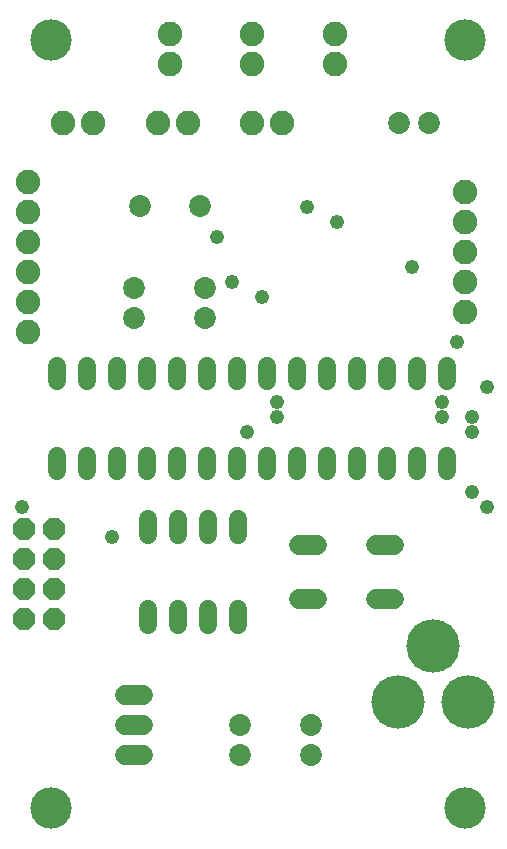
<source format=gbs>
G75*
%MOIN*%
%OFA0B0*%
%FSLAX24Y24*%
%IPPOS*%
%LPD*%
%AMOC8*
5,1,8,0,0,1.08239X$1,22.5*
%
%ADD10OC8,0.0740*%
%ADD11C,0.0820*%
%ADD12C,0.0600*%
%ADD13C,0.1380*%
%ADD14C,0.0680*%
%ADD15C,0.0730*%
%ADD16C,0.1780*%
%ADD17C,0.0480*%
D10*
X001517Y008467D03*
X001517Y009467D03*
X001517Y010467D03*
X001517Y011467D03*
X002517Y011467D03*
X002517Y010467D03*
X002517Y009467D03*
X002517Y008467D03*
D11*
X001643Y018015D03*
X001643Y019015D03*
X001643Y020015D03*
X001643Y021015D03*
X001643Y022015D03*
X001643Y023015D03*
X002824Y024983D03*
X003824Y024983D03*
X005973Y024983D03*
X006973Y024983D03*
X006367Y026952D03*
X006367Y027952D03*
X009123Y027952D03*
X009123Y026952D03*
X009123Y024983D03*
X010123Y024983D03*
X011879Y026952D03*
X011879Y027952D03*
X016210Y022684D03*
X016210Y021684D03*
X016210Y020684D03*
X016210Y019684D03*
X016210Y018684D03*
D12*
X015623Y016901D02*
X015623Y016381D01*
X014623Y016381D02*
X014623Y016901D01*
X013623Y016901D02*
X013623Y016381D01*
X012623Y016381D02*
X012623Y016901D01*
X011623Y016901D02*
X011623Y016381D01*
X010623Y016381D02*
X010623Y016901D01*
X009623Y016901D02*
X009623Y016381D01*
X008623Y016381D02*
X008623Y016901D01*
X007623Y016901D02*
X007623Y016381D01*
X006623Y016381D02*
X006623Y016901D01*
X005623Y016901D02*
X005623Y016381D01*
X004623Y016381D02*
X004623Y016901D01*
X003623Y016901D02*
X003623Y016381D01*
X002623Y016381D02*
X002623Y016901D01*
X002623Y013901D02*
X002623Y013381D01*
X003623Y013381D02*
X003623Y013901D01*
X004623Y013901D02*
X004623Y013381D01*
X005623Y013381D02*
X005623Y013901D01*
X006623Y013901D02*
X006623Y013381D01*
X007623Y013381D02*
X007623Y013901D01*
X008623Y013901D02*
X008623Y013381D01*
X009623Y013381D02*
X009623Y013901D01*
X010623Y013901D02*
X010623Y013381D01*
X011623Y013381D02*
X011623Y013901D01*
X012623Y013901D02*
X012623Y013381D01*
X013623Y013381D02*
X013623Y013901D01*
X014623Y013901D02*
X014623Y013381D01*
X015623Y013381D02*
X015623Y013901D01*
X008654Y011783D02*
X008654Y011263D01*
X007654Y011263D02*
X007654Y011783D01*
X006654Y011783D02*
X006654Y011263D01*
X005654Y011263D02*
X005654Y011783D01*
X005654Y008783D02*
X005654Y008263D01*
X006654Y008263D02*
X006654Y008783D01*
X007654Y008783D02*
X007654Y008263D01*
X008654Y008263D02*
X008654Y008783D01*
D13*
X002430Y002149D03*
X016210Y002149D03*
X016210Y027739D03*
X002430Y027739D03*
D14*
X010693Y010913D02*
X011293Y010913D01*
X011293Y009133D02*
X010693Y009133D01*
X013253Y009133D02*
X013853Y009133D01*
X013853Y010913D02*
X013253Y010913D01*
X005486Y005904D02*
X004886Y005904D01*
X004886Y004904D02*
X005486Y004904D01*
X005486Y003904D02*
X004886Y003904D01*
D15*
X008729Y003904D03*
X008729Y004904D03*
X011091Y004904D03*
X011091Y003904D03*
X007548Y018471D03*
X007548Y019471D03*
X007367Y022227D03*
X005367Y022227D03*
X005186Y019471D03*
X005186Y018471D03*
X014028Y024983D03*
X015028Y024983D03*
D16*
X015147Y007542D03*
X016328Y005692D03*
X013965Y005692D03*
D17*
X016962Y012180D03*
X016462Y012680D03*
X016462Y014680D03*
X016462Y015180D03*
X016962Y016180D03*
X015962Y017680D03*
X015462Y015680D03*
X015462Y015180D03*
X014462Y020180D03*
X011962Y021680D03*
X010962Y022180D03*
X009462Y019180D03*
X008462Y019680D03*
X007962Y021180D03*
X009962Y015680D03*
X009962Y015180D03*
X008962Y014680D03*
X004462Y011180D03*
X001462Y012180D03*
M02*

</source>
